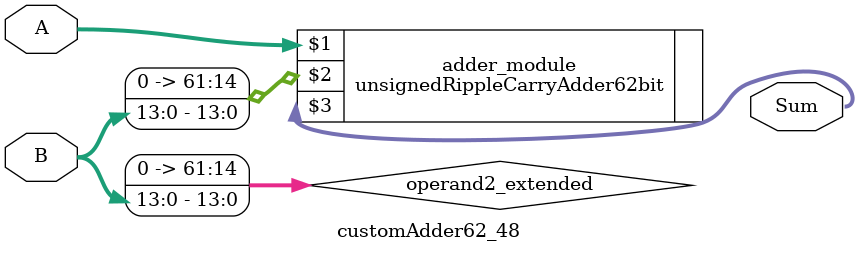
<source format=v>
module customAdder62_48(
                        input [61 : 0] A,
                        input [13 : 0] B,
                        
                        output [62 : 0] Sum
                );

        wire [61 : 0] operand2_extended;
        
        assign operand2_extended =  {48'b0, B};
        
        unsignedRippleCarryAdder62bit adder_module(
            A,
            operand2_extended,
            Sum
        );
        
        endmodule
        
</source>
